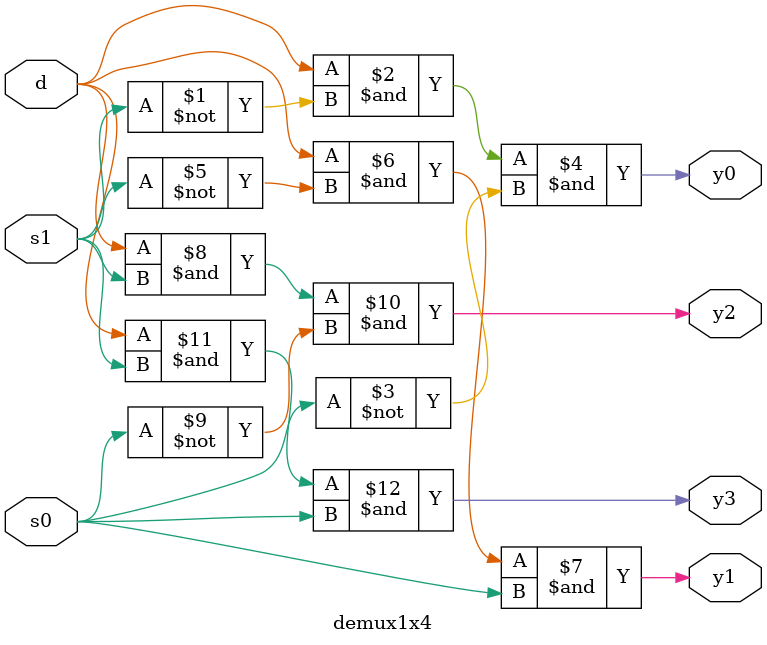
<source format=v>
module demux1x4(
	input d, s0, s1,
	output y0, y1, y2, y3
);
	assign y0 = d & (~s1) & (~s0);
	assign y1 = d & (~s1) & (s0);
	assign y2 = d & (s1) & (~s0);
	assign y3 = d & (s1) & (s0);
endmodule
</source>
